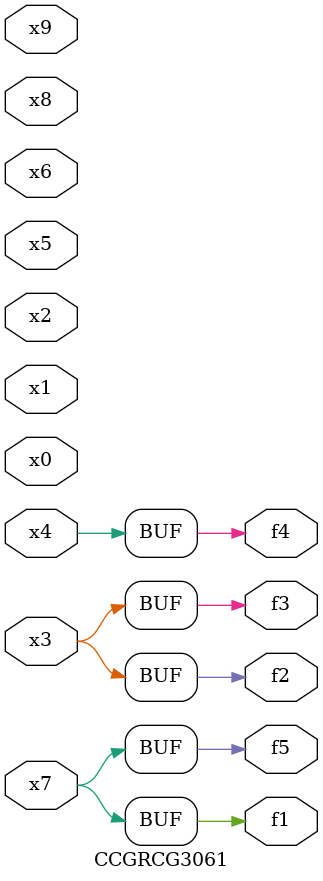
<source format=v>
module CCGRCG3061(
	input x0, x1, x2, x3, x4, x5, x6, x7, x8, x9,
	output f1, f2, f3, f4, f5
);
	assign f1 = x7;
	assign f2 = x3;
	assign f3 = x3;
	assign f4 = x4;
	assign f5 = x7;
endmodule

</source>
